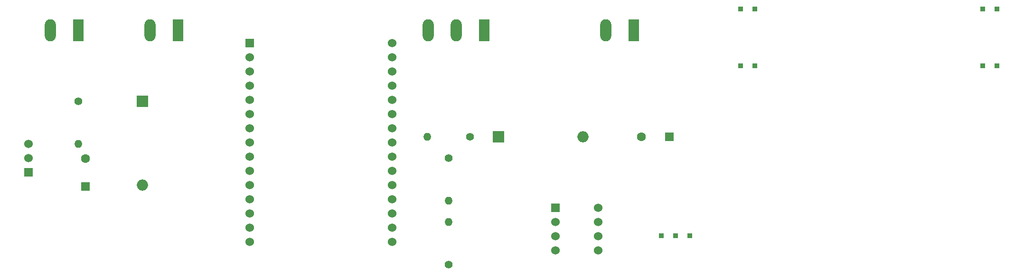
<source format=gbr>
%TF.GenerationSoftware,KiCad,Pcbnew,(5.1.9)-1*%
%TF.CreationDate,2021-04-28T21:34:56-07:00*%
%TF.ProjectId,Senior Project,53656e69-6f72-4205-9072-6f6a6563742e,rev?*%
%TF.SameCoordinates,Original*%
%TF.FileFunction,Soldermask,Bot*%
%TF.FilePolarity,Negative*%
%FSLAX46Y46*%
G04 Gerber Fmt 4.6, Leading zero omitted, Abs format (unit mm)*
G04 Created by KiCad (PCBNEW (5.1.9)-1) date 2021-04-28 21:34:56*
%MOMM*%
%LPD*%
G01*
G04 APERTURE LIST*
%ADD10R,0.850000X0.850000*%
%ADD11C,1.400000*%
%ADD12O,1.400000X1.400000*%
%ADD13R,1.600000X1.600000*%
%ADD14C,1.600000*%
%ADD15R,2.000000X2.000000*%
%ADD16O,2.000000X2.000000*%
%ADD17R,1.980000X3.960000*%
%ADD18O,1.980000X3.960000*%
%ADD19R,1.524000X1.524000*%
%ADD20C,1.524000*%
G04 APERTURE END LIST*
D10*
%TO.C,*%
X178880000Y-121850000D03*
%TD*%
D11*
%TO.C,1k1*%
X138430000Y-127000000D03*
D12*
X138430000Y-119380000D03*
%TD*%
D13*
%TO.C,C1*%
X73660000Y-113030000D03*
D14*
X73660000Y-108030000D03*
%TD*%
D15*
%TO.C,C2*%
X83820000Y-97790000D03*
D16*
X83820000Y-112790000D03*
%TD*%
%TO.C,C3*%
X162320000Y-104140000D03*
D15*
X147320000Y-104140000D03*
%TD*%
D14*
%TO.C,C4*%
X172800000Y-104140000D03*
D13*
X177800000Y-104140000D03*
%TD*%
D10*
%TO.C,*%
X190500000Y-91440000D03*
%TD*%
D17*
%TO.C,*%
X72390000Y-85090000D03*
D18*
X67390000Y-85090000D03*
%TD*%
D17*
%TO.C,*%
X144780000Y-85090000D03*
D18*
X139780000Y-85090000D03*
X134780000Y-85090000D03*
%TD*%
D17*
%TO.C,*%
X171450000Y-85090000D03*
D18*
X166450000Y-85090000D03*
%TD*%
D17*
%TO.C,*%
X90170000Y-85090000D03*
D18*
X85170000Y-85090000D03*
%TD*%
D10*
%TO.C,*%
X233680000Y-81280000D03*
%TD*%
%TO.C,*%
X193040000Y-81280000D03*
%TD*%
%TO.C,*%
X181420000Y-121850000D03*
%TD*%
%TO.C,*%
X176340000Y-121850000D03*
%TD*%
D12*
%TO.C,R3*%
X72390000Y-105410000D03*
D11*
X72390000Y-97790000D03*
%TD*%
%TO.C,R4*%
X142240000Y-104140000D03*
D12*
X134620000Y-104140000D03*
%TD*%
%TO.C,R5*%
X138430000Y-115570000D03*
D11*
X138430000Y-107950000D03*
%TD*%
D19*
%TO.C,U1*%
X63500000Y-110490000D03*
D20*
X63500000Y-107950000D03*
X63500000Y-105410000D03*
%TD*%
%TO.C,U2*%
X128360001Y-87380001D03*
X128360001Y-89920001D03*
X128360001Y-92460001D03*
X128360001Y-95000001D03*
X128360001Y-97540001D03*
X128360001Y-100080001D03*
X128360001Y-102620001D03*
X128360001Y-105160001D03*
X128360001Y-107700001D03*
X128360001Y-110240001D03*
X128360001Y-112780001D03*
X128360001Y-115320001D03*
X128360001Y-117860001D03*
X128360001Y-120400001D03*
X128360001Y-122940001D03*
X102960001Y-122940001D03*
X102960001Y-120400001D03*
X102960001Y-117860001D03*
X102960001Y-115320001D03*
X102960001Y-112780001D03*
X102960001Y-110240001D03*
X102960001Y-107700001D03*
X102960001Y-105160001D03*
X102960001Y-102620001D03*
X102960001Y-100080001D03*
X102960001Y-97540001D03*
X102960001Y-95000001D03*
X102960001Y-92460001D03*
X102960001Y-89920001D03*
D19*
X102960001Y-87380001D03*
%TD*%
%TO.C,U4*%
X157480000Y-116840000D03*
D20*
X157480000Y-119380000D03*
X157480000Y-121920000D03*
X157480000Y-124460000D03*
X165100000Y-124460000D03*
X165100000Y-121920000D03*
X165100000Y-119380000D03*
X165100000Y-116840000D03*
%TD*%
D10*
%TO.C,*%
X190500000Y-81280000D03*
%TD*%
%TO.C,*%
X233680000Y-91440000D03*
%TD*%
%TO.C,*%
X193040000Y-91440000D03*
%TD*%
%TO.C,*%
X236220000Y-81280000D03*
%TD*%
%TO.C,*%
X236220000Y-91440000D03*
%TD*%
M02*

</source>
